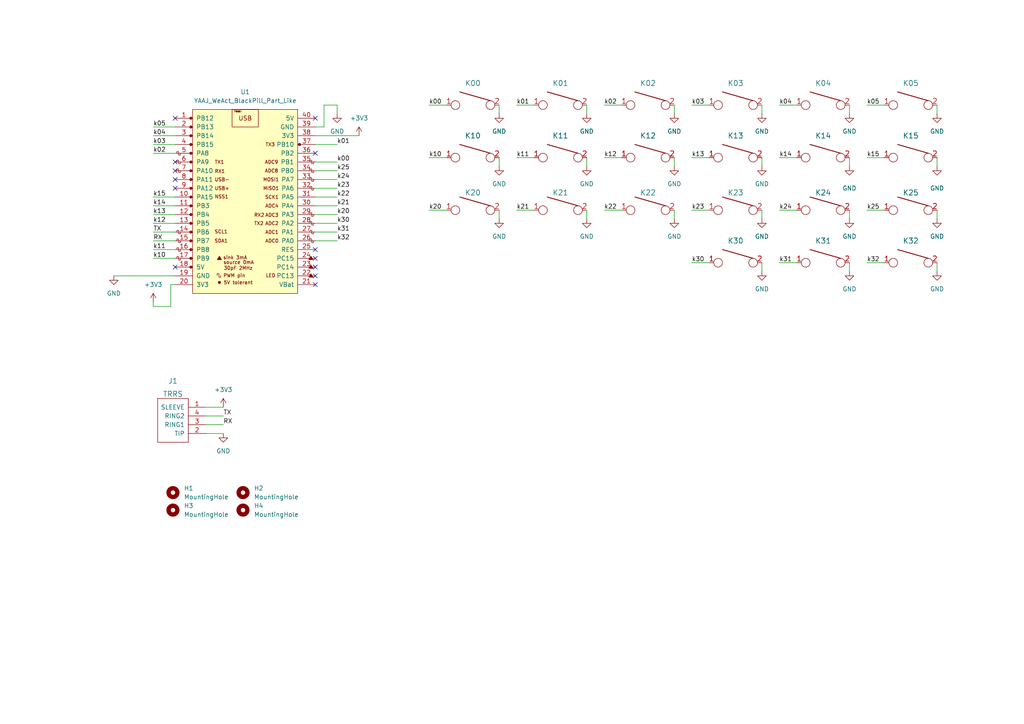
<source format=kicad_sch>
(kicad_sch (version 20211123) (generator eeschema)
  (paper "A4")
  (title_block (rev "rev1.0"))
  (lib_symbols
    (symbol "Mechanical:MountingHole" (pin_names (offset 1.016))
      (property "Reference" "H" (at 0 5.08 0))
      (property "Value" "MountingHole" (at 0 3.175 0))
      (symbol "MountingHole_0_1"
        (circle (center 0 0) (radius 1.27) (stroke (width 1.27)))
      )
    )
    (symbol "YAAJ_WeAct_BlackPill_Part_Like:YAAJ_WeAct_BlackPill_Part_Like" (pin_names (offset 1.016))
      (property "Reference" "U" (at -12.7 27.94 0))
      (property "Value" "YAAJ_WeAct_BlackPill_Part_Like" (at 0 2.54 90))
      (symbol "YAAJ_WeAct_BlackPill_Part_Like_0_0"
        (circle (center -15.748 -20.32) (radius 0.3556) (fill (type outline)))
        (circle (center -15.748 -17.78) (radius 0.3556) (fill (type outline)))
        (circle (center -15.748 -15.24) (radius 0.3556) (fill (type outline)))
        (circle (center -15.748 -12.7) (radius 0.3556) (fill (type outline)))
        (circle (center -15.748 -10.16) (radius 0.3556) (fill (type outline)))
        (circle (center -15.748 -7.62) (radius 0.3556) (fill (type outline)))
        (circle (center -15.748 -5.08) (radius 0.3556) (fill (type outline)))
        (circle (center -15.748 -2.54) (radius 0.3556) (fill (type outline)))
        (circle (center -15.748 0) (radius 0.3556) (fill (type outline)))
        (circle (center -15.748 2.54) (radius 0.3556) (fill (type outline)))
        (circle (center -15.748 5.08) (radius 0.3556) (fill (type outline)))
        (circle (center -15.748 7.62) (radius 0.3556) (fill (type outline)))
        (circle (center -15.748 10.16) (radius 0.3556) (fill (type outline)))
        (circle (center -15.748 12.7) (radius 0.3556) (fill (type outline)))
        (circle (center -15.748 15.24) (radius 0.3556) (fill (type outline)))
        (circle (center -15.748 17.78) (radius 0.3556) (fill (type outline)))
        (circle (center -15.748 22.86) (radius 0.3556) (fill (type outline)))
        (circle (center -7.493 -24.765) (radius 0.127) (fill (type outline)))
        (circle (center -7.493 -24.765) (radius 0.254))
        (circle (center -7.493 -24.765) (radius 0.3556))
        (polyline (pts (xy -8.128 -18.161) (xy -7.493 -17.145) (xy -6.858 -18.161) (xy -8.128 -18.161) (xy -7.493 -17.272) (xy -6.985 -18.161) (xy -8.001 -18.034) (xy -7.493 -17.399) (xy -7.112 -18.161) (xy -7.874 -17.907) (xy -7.366 -17.526) (xy -7.239 -18.161) (xy -7.747 -17.78) (xy -7.239 -17.653) (xy -7.366 -18.034) (xy -7.62 -17.78) (xy -7.366 -17.907) (xy -7.493 -17.653)))
        (polyline (pts (xy 18.415 -23.241) (xy 19.05 -22.225) (xy 19.685 -23.241) (xy 18.415 -23.241) (xy 19.05 -22.352) (xy 19.558 -23.241) (xy 18.542 -23.114) (xy 19.05 -22.479) (xy 19.431 -23.241) (xy 18.669 -22.987) (xy 19.177 -22.606) (xy 19.304 -23.241) (xy 18.796 -22.86) (xy 19.304 -22.733) (xy 19.177 -23.114) (xy 18.923 -22.86) (xy 19.177 -22.987) (xy 19.05 -22.733)))
        (polyline (pts (xy 18.415 -20.701) (xy 19.05 -19.685) (xy 19.685 -20.701) (xy 18.415 -20.701) (xy 19.05 -19.812) (xy 19.558 -20.701) (xy 18.542 -20.574) (xy 19.05 -19.939) (xy 19.431 -20.701) (xy 18.669 -20.447) (xy 19.177 -20.066) (xy 19.304 -20.701) (xy 18.796 -20.32) (xy 19.304 -20.193) (xy 19.177 -20.574) (xy 18.923 -20.32) (xy 19.177 -20.447) (xy 19.05 -20.193)))
        (polyline (pts (xy 18.415 -18.161) (xy 19.05 -17.145) (xy 19.685 -18.161) (xy 18.415 -18.161) (xy 19.05 -17.272) (xy 19.558 -18.161) (xy 18.542 -18.034) (xy 19.05 -17.399) (xy 19.431 -18.161) (xy 18.669 -17.907) (xy 19.177 -17.526) (xy 19.304 -18.161) (xy 18.796 -17.78) (xy 19.304 -17.653) (xy 19.177 -18.034) (xy 18.923 -17.78) (xy 19.177 -17.907) (xy 19.05 -17.653)))
        (circle (center 15.748 15.24) (radius 0.254) (fill (type outline)))
        (circle (center 15.748 15.24) (radius 0.3556))
        (text "30pF 2MHz" (at -2.032 -20.574 0) (effects (font (size 0.9906 0.9906))))
        (text "5V tolerant" (at -2.032 -24.765 0) (effects (font (size 0.9906 0.9906))))
        (text "ADC0" (at 7.747 -12.7 0) (effects (font (size 0.9906 0.9906))))
        (text "ADC1" (at 7.747 -10.16 0) (effects (font (size 0.9906 0.9906))))
        (text "ADC2" (at 7.747 -7.62 0) (effects (font (size 0.9906 0.9906))))
        (text "ADC3" (at 7.747 -5.207 0) (effects (font (size 0.9906 0.9906))))
        (text "ADC4" (at 7.747 -2.54 0) (effects (font (size 0.9906 0.9906))))
        (text "ADC8" (at 7.62 7.62 0) (effects (font (size 0.9906 0.9906))))
        (text "ADC9" (at 7.62 10.16 0) (effects (font (size 0.9906 0.9906))))
        (text "LED" (at 7.366 -22.733 0) (effects (font (size 0.9906 0.9906))))
        (text "MISO1" (at 7.493 2.54 0) (effects (font (size 0.9906 0.9906))))
        (text "MOSI1" (at 7.493 5.08 0) (effects (font (size 0.9906 0.9906))))
        (text "NSS1" (at -6.858 0.127 0) (effects (font (size 0.9906 0.9906))))
        (text "PWM pin" (at -3.175 -22.733 0) (effects (font (size 0.9906 0.9906))))
        (text "RX1" (at -7.366 7.493 0) (effects (font (size 0.9906 0.9906))))
        (text "RX2" (at 4.064 -5.207 0) (effects (font (size 0.9906 0.9906))))
        (text "SCK1" (at 7.747 0 0) (effects (font (size 0.9906 0.9906))))
        (text "SCL1" (at -6.985 -10.033 0) (effects (font (size 0.9906 0.9906))))
        (text "SDA1" (at -6.985 -12.7 0) (effects (font (size 0.9906 0.9906))))
        (text "sink 3mA" (at -2.921 -17.526 0) (effects (font (size 0.9906 0.9906))))
        (text "source 0mA" (at -1.905 -18.923 0) (effects (font (size 0.9906 0.9906))))
        (text "TX1" (at -7.493 10.16 0) (effects (font (size 0.9906 0.9906))))
        (text "TX2" (at 3.937 -7.62 0) (effects (font (size 0.9906 0.9906))))
        (text "TX3" (at 7.239 15.24 0) (effects (font (size 0.9906 0.9906))))
        (text "USB" (at 0 22.86 0) (effects (font (size 1.27 1.27))))
        (text "USB+" (at -6.731 2.54 0) (effects (font (size 0.9906 0.9906))))
        (text "USB-" (at -6.731 5.08 0) (effects (font (size 0.9906 0.9906))))
        (text "Y@@J" (at -2.159 24.892 0) (effects (font (size 0.508 0.508))))
      )
      (symbol "YAAJ_WeAct_BlackPill_Part_Like_0_1"
        (rectangle (start -15.24 25.4) (end 15.24 -27.94) (fill (type background)))
        (polyline (pts (xy -18.796 -17.78) (xy -18.796 -18.288) (xy -19.304 -18.288) (xy -19.304 -17.272) (xy -19.812 -17.272) (xy -19.812 -17.78)))
        (polyline (pts (xy -18.796 -15.24) (xy -18.796 -15.748) (xy -19.304 -15.748) (xy -19.304 -14.732) (xy -19.812 -14.732) (xy -19.812 -15.24)))
        (polyline (pts (xy -18.796 -12.7) (xy -18.796 -13.208) (xy -19.304 -13.208) (xy -19.304 -12.192) (xy -19.812 -12.192) (xy -19.812 -12.7)))
        (polyline (pts (xy -18.796 -10.16) (xy -18.796 -10.668) (xy -19.304 -10.668) (xy -19.304 -9.652) (xy -19.812 -9.652) (xy -19.812 -10.16)))
        (polyline (pts (xy -18.796 7.62) (xy -18.796 7.112) (xy -19.304 7.112) (xy -19.304 8.128) (xy -19.812 8.128) (xy -19.812 7.62)))
        (polyline (pts (xy -18.796 10.16) (xy -18.796 9.652) (xy -19.304 9.652) (xy -19.304 10.668) (xy -19.812 10.668) (xy -19.812 10.16)))
        (polyline (pts (xy -18.796 12.7) (xy -18.796 12.192) (xy -19.304 12.192) (xy -19.304 13.208) (xy -19.812 13.208) (xy -19.812 12.7)))
        (polyline (pts (xy -7.112 -22.733) (xy -7.112 -23.241) (xy -7.62 -23.241) (xy -7.62 -22.225) (xy -8.128 -22.225) (xy -8.128 -22.733)))
        (polyline (pts (xy 19.812 -12.7) (xy 19.812 -13.208) (xy 19.304 -13.208) (xy 19.304 -12.192) (xy 18.796 -12.192) (xy 18.796 -12.7)))
        (polyline (pts (xy 19.812 -10.16) (xy 19.812 -10.668) (xy 19.304 -10.668) (xy 19.304 -9.652) (xy 18.796 -9.652) (xy 18.796 -10.16)))
        (polyline (pts (xy 19.812 -7.62) (xy 19.812 -8.128) (xy 19.304 -8.128) (xy 19.304 -7.112) (xy 18.796 -7.112) (xy 18.796 -7.62)))
        (polyline (pts (xy 19.812 -5.08) (xy 19.812 -5.588) (xy 19.304 -5.588) (xy 19.304 -4.572) (xy 18.796 -4.572) (xy 18.796 -5.08)))
        (polyline (pts (xy 19.812 2.54) (xy 19.812 2.032) (xy 19.304 2.032) (xy 19.304 3.048) (xy 18.796 3.048) (xy 18.796 2.54)))
        (polyline (pts (xy 19.812 5.08) (xy 19.812 4.572) (xy 19.304 4.572) (xy 19.304 5.588) (xy 18.796 5.588) (xy 18.796 5.08)))
        (polyline (pts (xy 19.812 7.62) (xy 19.812 7.112) (xy 19.304 7.112) (xy 19.304 8.128) (xy 18.796 8.128) (xy 18.796 7.62)))
        (polyline (pts (xy 19.812 10.16) (xy 19.812 9.652) (xy 19.304 9.652) (xy 19.304 10.668) (xy 18.796 10.668) (xy 18.796 10.16)))
        (rectangle (start 3.81 25.4) (end -3.81 20.32))
      )
      (symbol "YAAJ_WeAct_BlackPill_Part_Like_1_1"
        (circle (center -15.748 20.32) (radius 0.3556) (fill (type outline)))
        (pin bidirectional line (at -20.32 22.86 0) (length 5.08) (name "PB12") (number "1"))
        (pin bidirectional line (at -20.32 0 0) (length 5.08) (name "PA15") (number "10"))
        (pin bidirectional line (at -20.32 -2.54 0) (length 5.08) (name "PB3") (number "11"))
        (pin bidirectional line (at -20.32 -5.08 0) (length 5.08) (name "PB4") (number "12"))
        (pin bidirectional line (at -20.32 -7.62 0) (length 5.08) (name "PB5") (number "13"))
        (pin bidirectional line (at -20.32 -10.16 0) (length 5.08) (name "PB6") (number "14"))
        (pin bidirectional line (at -20.32 -12.7 0) (length 5.08) (name "PB7") (number "15"))
        (pin bidirectional line (at -20.32 -15.24 0) (length 5.08) (name "PB8") (number "16"))
        (pin bidirectional line (at -20.32 -17.78 0) (length 5.08) (name "PB9") (number "17"))
        (pin power_in line (at -20.32 -20.32 0) (length 5.08) (name "5V") (number "18"))
        (pin power_in line (at -20.32 -22.86 0) (length 5.08) (name "GND") (number "19"))
        (pin bidirectional line (at -20.32 20.32 0) (length 5.08) (name "PB13") (number "2"))
        (pin power_in line (at -20.32 -25.4 0) (length 5.08) (name "3V3") (number "20"))
        (pin power_in line (at 20.32 -25.4 180) (length 5.08) (name "VBat") (number "21"))
        (pin bidirectional line (at 20.32 -22.86 180) (length 5.08) (name "PC13") (number "22"))
        (pin bidirectional line (at 20.32 -20.32 180) (length 5.08) (name "PC14") (number "23"))
        (pin bidirectional line (at 20.32 -17.78 180) (length 5.08) (name "PC15") (number "24"))
        (pin input line (at 20.32 -15.24 180) (length 5.08) (name "RES") (number "25"))
        (pin bidirectional line (at 20.32 -12.7 180) (length 5.08) (name "PA0") (number "26"))
        (pin bidirectional line (at 20.32 -10.16 180) (length 5.08) (name "PA1") (number "27"))
        (pin bidirectional line (at 20.32 -7.62 180) (length 5.08) (name "PA2") (number "28"))
        (pin bidirectional line (at 20.32 -5.08 180) (length 5.08) (name "PA3") (number "29"))
        (pin bidirectional line (at -20.32 17.78 0) (length 5.08) (name "PB14") (number "3"))
        (pin bidirectional line (at 20.32 -2.54 180) (length 5.08) (name "PA4") (number "30"))
        (pin bidirectional line (at 20.32 0 180) (length 5.08) (name "PA5") (number "31"))
        (pin bidirectional line (at 20.32 2.54 180) (length 5.08) (name "PA6") (number "32"))
        (pin bidirectional line (at 20.32 5.08 180) (length 5.08) (name "PA7") (number "33"))
        (pin bidirectional line (at 20.32 7.62 180) (length 5.08) (name "PB0") (number "34"))
        (pin bidirectional line (at 20.32 10.16 180) (length 5.08) (name "PB1") (number "35"))
        (pin bidirectional line (at 20.32 12.7 180) (length 5.08) (name "PB2") (number "36"))
        (pin bidirectional line (at 20.32 15.24 180) (length 5.08) (name "PB10") (number "37"))
        (pin power_in line (at 20.32 17.78 180) (length 5.08) (name "3V3") (number "38"))
        (pin power_in line (at 20.32 20.32 180) (length 5.08) (name "GND") (number "39"))
        (pin bidirectional line (at -20.32 15.24 0) (length 5.08) (name "PB15") (number "4"))
        (pin power_in line (at 20.32 22.86 180) (length 5.08) (name "5V") (number "40"))
        (pin bidirectional line (at -20.32 12.7 0) (length 5.08) (name "PA8") (number "5"))
        (pin bidirectional line (at -20.32 10.16 0) (length 5.08) (name "PA9") (number "6"))
        (pin bidirectional line (at -20.32 7.62 0) (length 5.08) (name "PA10") (number "7"))
        (pin bidirectional line (at -20.32 5.08 0) (length 5.08) (name "PA11") (number "8"))
        (pin bidirectional line (at -20.32 2.54 0) (length 5.08) (name "PA12") (number "9"))
      )
    )
    (symbol "keebio:TRRS" (pin_names (offset 1.016))
      (property "Reference" "U" (at 0 15.24 0))
      (property "Value" "TRRS" (at 0 -2.54 0))
      (symbol "TRRS_0_1"
        (rectangle (start -3.81 0) (end -3.81 12.7))
        (rectangle (start -3.81 12.7) (end 5.08 12.7))
        (rectangle (start 5.08 0) (end -3.81 0))
        (rectangle (start 5.08 12.7) (end 5.08 0))
      )
      (symbol "TRRS_1_1"
        (pin input line (at -8.89 2.54 0) (length 5.08) (name "SLEEVE") (number "1"))
        (pin input line (at -8.89 10.16 0) (length 5.08) (name "TIP") (number "2"))
        (pin input line (at -8.89 7.62 0) (length 5.08) (name "RING1") (number "3"))
        (pin input line (at -8.89 5.08 0) (length 5.08) (name "RING2") (number "4"))
      )
    )
    (symbol "keyboard_parts:KEYSW" (pin_names (offset 1.016))
      (property "Reference" "K?" (at -1.27 0 0))
      (symbol "KEYSW_0_1"
        (circle (center -5.08 0) (radius 1.27))
        (polyline (pts (xy -5.08 1.27) (xy 3.81 3.81)) (stroke (width 0.254)))
        (circle (center 5.08 0) (radius 1.27))
      )
      (symbol "KEYSW_1_1"
        (pin passive line (at 7.62 0 180) (length 1.27) (name "~") (number "1"))
        (pin passive line (at -7.62 0 0) (length 1.27) (name "~") (number "2"))
      )
    )
    (symbol "power:+3V3" (power) (pin_names (offset 0))
      (property "Value" "+3V3" (at 0 3.556 0))
      (symbol "+3V3_0_1"
        (polyline (pts (xy -0.762 1.27) (xy 0 2.54)))
        (polyline (pts (xy 0 0) (xy 0 2.54)))
        (polyline (pts (xy 0 2.54) (xy 0.762 1.27)))
      )
      (symbol "+3V3_1_1"
        (pin power_in line (at 0 0 90) (length 0) hide (name "+3V3") (number "1"))
      )
    )
    (symbol "power:GND" (power) (pin_names (offset 0))
      (property "Value" "GND" (at 0 -3.81 0))
      (symbol "GND_0_1"
        (polyline (pts (xy 0 0) (xy 0 -1.27) (xy 1.27 -1.27) (xy 0 -2.54) (xy -1.27 -1.27) (xy 0 -1.27)))
      )
      (symbol "GND_1_1"
        (pin power_in line (at 0 0 270) (length 0) hide (name "GND") (number "1"))
      )
    )
  )
  (no_connect (at 91.44 44.45))
  (no_connect (at 50.8 46.99))
  (no_connect (at 50.8 49.53))
  (no_connect (at 50.8 52.07))
  (no_connect (at 50.8 54.61))
  (no_connect (at 50.8 34.29))
  (no_connect (at 91.44 82.55))
  (no_connect (at 91.44 80.01))
  (no_connect (at 91.44 77.47))
  (no_connect (at 91.44 74.93))
  (no_connect (at 91.44 72.39))
  (no_connect (at 91.44 34.29))
  (no_connect (at 50.8 77.47))
  (wire (pts (xy 149.86 60.96) (xy 154.94 60.96)))
  (wire (pts (xy 44.45 72.39) (xy 50.8 72.39)))
  (wire (pts (xy 91.44 52.07) (xy 97.79 52.07)))
  (wire (pts (xy 200.66 45.72) (xy 205.74 45.72)))
  (wire (pts (xy 44.45 36.83) (xy 50.8 36.83)))
  (wire (pts (xy 251.46 30.48) (xy 256.54 30.48)))
  (wire (pts (xy 124.46 45.72) (xy 129.54 45.72)))
  (wire (pts (xy 200.66 60.96) (xy 205.74 60.96)))
  (wire (pts (xy 149.86 45.72) (xy 154.94 45.72)))
  (wire (pts (xy 49.53 88.9) (xy 49.53 82.55)))
  (wire (pts (xy 44.45 88.9) (xy 49.53 88.9)))
  (wire (pts (xy 44.45 59.69) (xy 50.8 59.69)))
  (wire (pts (xy 91.44 41.91) (xy 97.79 41.91)))
  (wire (pts (xy 175.26 60.96) (xy 180.34 60.96)))
  (wire (pts (xy 44.45 39.37) (xy 50.8 39.37)))
  (wire (pts (xy 251.46 60.96) (xy 256.54 60.96)))
  (wire (pts (xy 195.58 63.5) (xy 195.58 60.96)))
  (wire (pts (xy 144.78 63.5) (xy 144.78 60.96)))
  (wire (pts (xy 246.38 48.26) (xy 246.38 45.72)))
  (wire (pts (xy 220.98 48.26) (xy 220.98 45.72)))
  (wire (pts (xy 144.78 48.26) (xy 144.78 45.72)))
  (wire (pts (xy 91.44 62.23) (xy 97.79 62.23)))
  (wire (pts (xy 93.98 36.83) (xy 93.98 30.48)))
  (wire (pts (xy 175.26 45.72) (xy 180.34 45.72)))
  (wire (pts (xy 246.38 78.74) (xy 246.38 76.2)))
  (wire (pts (xy 59.69 125.73) (xy 64.77 125.73)))
  (wire (pts (xy 44.45 44.45) (xy 50.8 44.45)))
  (wire (pts (xy 271.78 48.26) (xy 271.78 45.72)))
  (wire (pts (xy 91.44 36.83) (xy 93.98 36.83)))
  (wire (pts (xy 200.66 76.2) (xy 205.74 76.2)))
  (wire (pts (xy 44.45 74.93) (xy 50.8 74.93)))
  (wire (pts (xy 91.44 69.85) (xy 97.79 69.85)))
  (wire (pts (xy 91.44 49.53) (xy 97.79 49.53)))
  (wire (pts (xy 226.06 45.72) (xy 231.14 45.72)))
  (wire (pts (xy 200.66 30.48) (xy 205.74 30.48)))
  (wire (pts (xy 220.98 78.74) (xy 220.98 76.2)))
  (wire (pts (xy 44.45 62.23) (xy 50.8 62.23)))
  (wire (pts (xy 97.79 30.48) (xy 97.79 33.02)))
  (wire (pts (xy 271.78 63.5) (xy 271.78 60.96)))
  (wire (pts (xy 124.46 60.96) (xy 129.54 60.96)))
  (wire (pts (xy 144.78 33.02) (xy 144.78 30.48)))
  (wire (pts (xy 195.58 48.26) (xy 195.58 45.72)))
  (wire (pts (xy 170.18 63.5) (xy 170.18 60.96)))
  (wire (pts (xy 59.69 123.19) (xy 64.77 123.19)))
  (wire (pts (xy 246.38 63.5) (xy 246.38 60.96)))
  (wire (pts (xy 91.44 54.61) (xy 97.79 54.61)))
  (wire (pts (xy 44.45 64.77) (xy 50.8 64.77)))
  (wire (pts (xy 226.06 30.48) (xy 231.14 30.48)))
  (wire (pts (xy 124.46 30.48) (xy 129.54 30.48)))
  (wire (pts (xy 93.98 30.48) (xy 97.79 30.48)))
  (wire (pts (xy 91.44 67.31) (xy 97.79 67.31)))
  (wire (pts (xy 59.69 120.65) (xy 64.77 120.65)))
  (wire (pts (xy 170.18 48.26) (xy 170.18 45.72)))
  (wire (pts (xy 91.44 39.37) (xy 104.14 39.37)))
  (wire (pts (xy 175.26 30.48) (xy 180.34 30.48)))
  (wire (pts (xy 44.45 41.91) (xy 50.8 41.91)))
  (wire (pts (xy 91.44 46.99) (xy 97.79 46.99)))
  (wire (pts (xy 91.44 57.15) (xy 97.79 57.15)))
  (wire (pts (xy 59.69 118.11) (xy 64.77 118.11)))
  (wire (pts (xy 91.44 59.69) (xy 97.79 59.69)))
  (wire (pts (xy 33.02 80.01) (xy 50.8 80.01)))
  (wire (pts (xy 195.58 33.02) (xy 195.58 30.48)))
  (wire (pts (xy 251.46 45.72) (xy 256.54 45.72)))
  (wire (pts (xy 226.06 60.96) (xy 231.14 60.96)))
  (wire (pts (xy 170.18 33.02) (xy 170.18 30.48)))
  (wire (pts (xy 226.06 76.2) (xy 231.14 76.2)))
  (wire (pts (xy 271.78 33.02) (xy 271.78 30.48)))
  (wire (pts (xy 246.38 33.02) (xy 246.38 30.48)))
  (wire (pts (xy 251.46 76.2) (xy 256.54 76.2)))
  (wire (pts (xy 49.53 82.55) (xy 50.8 82.55)))
  (wire (pts (xy 91.44 64.77) (xy 97.79 64.77)))
  (wire (pts (xy 44.45 69.85) (xy 50.8 69.85)))
  (wire (pts (xy 220.98 33.02) (xy 220.98 30.48)))
  (wire (pts (xy 149.86 30.48) (xy 154.94 30.48)))
  (wire (pts (xy 44.45 87.63) (xy 44.45 88.9)))
  (wire (pts (xy 44.45 67.31) (xy 50.8 67.31)))
  (wire (pts (xy 271.78 78.74) (xy 271.78 76.2)))
  (wire (pts (xy 44.45 57.15) (xy 50.8 57.15)))
  (wire (pts (xy 220.98 63.5) (xy 220.98 60.96)))
  (label "k20" (at 97.79 62.23 0))
  (label "TX" (at 64.77 120.65 0))
  (label "k01" (at 97.79 41.91 0))
  (label "k03" (at 44.45 41.91 0))
  (label "k30" (at 200.66 76.2 0))
  (label "k02" (at 175.26 30.48 0))
  (label "k05" (at 44.45 36.83 0))
  (label "k04" (at 226.06 30.48 0))
  (label "k30" (at 97.79 64.77 0))
  (label "k11" (at 44.45 72.39 0))
  (label "k00" (at 124.46 30.48 0))
  (label "k10" (at 44.45 74.93 0))
  (label "k03" (at 200.66 30.48 0))
  (label "RX" (at 44.45 69.85 0))
  (label "k15" (at 251.46 45.72 0))
  (label "k23" (at 200.66 60.96 0))
  (label "k32" (at 97.79 69.85 0))
  (label "k25" (at 97.79 49.53 0))
  (label "k24" (at 226.06 60.96 0))
  (label "TX" (at 44.45 67.31 0))
  (label "k05" (at 251.46 30.48 0))
  (label "k22" (at 175.26 60.96 0))
  (label "k12" (at 44.45 64.77 0))
  (label "k01" (at 149.86 30.48 0))
  (label "RX" (at 64.77 123.19 0))
  (label "k10" (at 124.46 45.72 0))
  (label "k00" (at 97.79 46.99 0))
  (label "k21" (at 97.79 59.69 0))
  (label "k31" (at 97.79 67.31 0))
  (label "k32" (at 251.46 76.2 0))
  (label "k15" (at 44.45 57.15 0))
  (label "k14" (at 226.06 45.72 0))
  (label "k12" (at 175.26 45.72 0))
  (label "k04" (at 44.45 39.37 0))
  (label "k11" (at 149.86 45.72 0))
  (label "k22" (at 97.79 57.15 0))
  (label "k02" (at 44.45 44.45 0))
  (label "k13" (at 44.45 62.23 0))
  (label "k24" (at 97.79 52.07 0))
  (label "k31" (at 226.06 76.2 0))
  (label "k13" (at 200.66 45.72 0))
  (label "k14" (at 44.45 59.69 0))
  (label "k21" (at 149.86 60.96 0))
  (label "k25" (at 251.46 60.96 0))
  (label "k23" (at 97.79 54.61 0))
  (label "k20" (at 124.46 60.96 0))
  (symbol (lib_id "keyboard_parts:KEYSW") (at 264.16 76.2 0) (mirror y) (unit 1)
    (property "Reference" "K32" (at 264.16 69.85 0) (effects (font (size 1.524 1.524))))
    (property "Value" "KEYSW" (effects hide))
    (property "Footprint" "keyswitches:SW_PG1350_reversible" (effects hide))
  )
  (symbol (lib_id "power:GND") (at 195.58 48.26 0) (unit 1)
    (property "Reference" "#PWR0104" (effects hide))
    (property "Value" "GND" (at 195.58 53.34 0))
  )
  (symbol (lib_id "keyboard_parts:KEYSW") (at 238.76 60.96 0) (mirror y) (unit 1)
    (property "Reference" "K24" (at 238.76 55.88 0) (effects (font (size 1.524 1.524))))
    (property "Value" "KEYSW" (effects hide))
    (property "Footprint" "keyswitches:SW_PG1350_reversible" (effects hide))
  )
  (symbol (lib_id "Mechanical:MountingHole") (at 50.165 147.955 0) (unit 1)
    (property "Reference" "H3" (at 53.34 146.6849 0) (effects (justify left)))
    (property "Value" "MountingHole" (at 53.34 149.2249 0) (effects (justify left)))
    (property "Footprint" "cantor:Standoff_Hole" (effects hide))
  )
  (symbol (lib_id "power:GND") (at 64.77 125.73 0) (unit 1)
    (property "Reference" "#PWR0126" (effects hide))
    (property "Value" "GND" (at 64.77 130.81 0))
  )
  (symbol (lib_id "keyboard_parts:KEYSW") (at 137.16 30.48 0) (mirror y) (unit 1)
    (property "Reference" "K00" (at 137.16 24.13 0) (effects (font (size 1.524 1.524))))
    (property "Value" "KEYSW" (effects hide))
    (property "Footprint" "keyswitches:SW_PG1350_reversible" (effects hide))
  )
  (symbol (lib_id "keyboard_parts:KEYSW") (at 264.16 45.72 0) (mirror y) (unit 1)
    (property "Reference" "K15" (at 264.16 39.37 0) (effects (font (size 1.524 1.524))))
    (property "Value" "KEYSW" (effects hide))
    (property "Footprint" "keyswitches:SW_PG1350_reversible" (effects hide))
  )
  (symbol (lib_id "power:GND") (at 144.78 48.26 0) (unit 1)
    (property "Reference" "#PWR0107" (effects hide))
    (property "Value" "GND" (at 144.78 53.34 0))
  )
  (symbol (lib_id "power:GND") (at 195.58 63.5 0) (unit 1)
    (property "Reference" "#PWR0105" (effects hide))
    (property "Value" "GND" (at 195.58 68.58 0))
  )
  (symbol (lib_id "keyboard_parts:KEYSW") (at 213.36 30.48 0) (mirror y) (unit 1)
    (property "Reference" "K03" (at 213.36 24.13 0) (effects (font (size 1.524 1.524))))
    (property "Value" "KEYSW" (effects hide))
    (property "Footprint" "keyswitches:SW_PG1350_reversible" (effects hide))
  )
  (symbol (lib_id "power:GND") (at 246.38 63.5 0) (unit 1)
    (property "Reference" "#PWR0121" (effects hide))
    (property "Value" "GND" (at 246.38 68.58 0))
  )
  (symbol (lib_id "keyboard_parts:KEYSW") (at 187.96 30.48 0) (mirror y) (unit 1)
    (property "Reference" "K02" (at 187.96 24.13 0) (effects (font (size 1.524 1.524))))
    (property "Value" "KEYSW" (effects hide))
    (property "Footprint" "keyswitches:SW_PG1350_reversible" (effects hide))
  )
  (symbol (lib_id "keyboard_parts:KEYSW") (at 162.56 45.72 0) (mirror y) (unit 1)
    (property "Reference" "K11" (at 162.56 39.37 0) (effects (font (size 1.524 1.524))))
    (property "Value" "KEYSW" (effects hide))
    (property "Footprint" "keyswitches:SW_PG1350_reversible" (effects hide))
  )
  (symbol (lib_id "keyboard_parts:KEYSW") (at 187.96 60.96 0) (mirror y) (unit 1)
    (property "Reference" "K22" (at 187.96 55.88 0) (effects (font (size 1.524 1.524))))
    (property "Value" "KEYSW" (effects hide))
    (property "Footprint" "keyswitches:SW_PG1350_reversible" (effects hide))
  )
  (symbol (lib_id "power:GND") (at 271.78 33.02 0) (unit 1)
    (property "Reference" "#PWR0115" (effects hide))
    (property "Value" "GND" (at 271.78 38.1 0))
  )
  (symbol (lib_id "power:GND") (at 271.78 63.5 0) (unit 1)
    (property "Reference" "#PWR0118" (effects hide))
    (property "Value" "GND" (at 271.78 68.58 0))
  )
  (symbol (lib_id "power:GND") (at 271.78 78.74 0) (unit 1)
    (property "Reference" "#PWR0117" (effects hide))
    (property "Value" "GND" (at 271.78 83.82 0))
  )
  (symbol (lib_id "YAAJ_WeAct_BlackPill_Part_Like:YAAJ_WeAct_BlackPill_Part_Like") (at 71.12 57.15 0) (unit 1)
    (property "Reference" "U1" (at 71.12 26.67 0))
    (property "Value" "YAAJ_WeAct_BlackPill_Part_Like" (at 71.12 29.21 0))
    (property "Footprint" "Footprints:YAAJ_WeAct_BlackPill_2" (effects hide))
  )
  (symbol (lib_id "power:GND") (at 246.38 48.26 0) (unit 1)
    (property "Reference" "#PWR0119" (effects hide))
    (property "Value" "GND" (at 246.38 54.61 0))
  )
  (symbol (lib_id "power:GND") (at 170.18 63.5 0) (unit 1)
    (property "Reference" "#PWR0101" (effects hide))
    (property "Value" "GND" (at 170.18 68.58 0))
  )
  (symbol (lib_id "keyboard_parts:KEYSW") (at 238.76 30.48 0) (mirror y) (unit 1)
    (property "Reference" "K04" (at 238.76 24.13 0) (effects (font (size 1.524 1.524))))
    (property "Value" "KEYSW" (effects hide))
    (property "Footprint" "keyswitches:SW_PG1350_reversible" (effects hide))
  )
  (symbol (lib_id "power:GND") (at 246.38 78.74 0) (unit 1)
    (property "Reference" "#PWR0120" (effects hide))
    (property "Value" "GND" (at 246.38 83.82 0))
  )
  (symbol (lib_id "power:+3V3") (at 64.77 118.11 0) (unit 1)
    (property "Reference" "#PWR0127" (effects hide))
    (property "Value" "+3V3" (at 64.77 113.03 0))
  )
  (symbol (lib_id "keyboard_parts:KEYSW") (at 213.36 76.2 0) (mirror y) (unit 1)
    (property "Reference" "K30" (at 213.36 69.85 0) (effects (font (size 1.524 1.524))))
    (property "Value" "KEYSW" (effects hide))
    (property "Footprint" "keyswitches:SW_PG1350_reversible" (effects hide))
  )
  (symbol (lib_id "power:GND") (at 246.38 33.02 0) (unit 1)
    (property "Reference" "#PWR0112" (effects hide))
    (property "Value" "GND" (at 246.38 38.1 0))
  )
  (symbol (lib_id "keebio:TRRS") (at 50.8 115.57 180) (unit 1)
    (property "Reference" "J1" (at 50.165 110.49 0) (effects (font (size 1.524 1.524))))
    (property "Value" "TRRS" (at 50.165 114.3 0) (effects (font (size 1.524 1.524))))
    (property "Footprint" "Keebio-Parts:TRRS-PJ-320A" (effects hide))
  )
  (symbol (lib_id "keyboard_parts:KEYSW") (at 137.16 60.96 0) (mirror y) (unit 1)
    (property "Reference" "K20" (at 137.16 55.88 0) (effects (font (size 1.524 1.524))))
    (property "Value" "KEYSW" (effects hide))
    (property "Footprint" "keyswitches:SW_PG1350_reversible" (effects hide))
  )
  (symbol (lib_id "power:GND") (at 271.78 48.26 0) (unit 1)
    (property "Reference" "#PWR0116" (effects hide))
    (property "Value" "GND" (at 271.78 54.61 0))
  )
  (symbol (lib_id "Mechanical:MountingHole") (at 50.165 142.875 0) (unit 1)
    (property "Reference" "H1" (at 53.34 141.6049 0) (effects (justify left)))
    (property "Value" "MountingHole" (at 53.34 144.1449 0) (effects (justify left)))
    (property "Footprint" "cantor:Standoff_Hole" (effects hide))
  )
  (symbol (lib_id "keyboard_parts:KEYSW") (at 213.36 60.96 0) (mirror y) (unit 1)
    (property "Reference" "K23" (at 213.36 55.88 0) (effects (font (size 1.524 1.524))))
    (property "Value" "KEYSW" (effects hide))
    (property "Footprint" "keyswitches:SW_PG1350_reversible" (effects hide))
  )
  (symbol (lib_id "keyboard_parts:KEYSW") (at 137.16 45.72 0) (mirror y) (unit 1)
    (property "Reference" "K10" (at 137.16 39.37 0) (effects (font (size 1.524 1.524))))
    (property "Value" "KEYSW" (effects hide))
    (property "Footprint" "keyswitches:SW_PG1350_reversible" (effects hide))
  )
  (symbol (lib_id "keyboard_parts:KEYSW") (at 162.56 30.48 0) (mirror y) (unit 1)
    (property "Reference" "K01" (at 162.56 24.13 0) (effects (font (size 1.524 1.524))))
    (property "Value" "KEYSW" (effects hide))
    (property "Footprint" "keyswitches:SW_PG1350_reversible" (effects hide))
  )
  (symbol (lib_id "keyboard_parts:KEYSW") (at 264.16 60.96 0) (mirror y) (unit 1)
    (property "Reference" "K25" (at 264.16 55.88 0) (effects (font (size 1.524 1.524))))
    (property "Value" "KEYSW" (effects hide))
    (property "Footprint" "keyswitches:SW_PG1350_reversible" (effects hide))
  )
  (symbol (lib_id "keyboard_parts:KEYSW") (at 238.76 76.2 0) (mirror y) (unit 1)
    (property "Reference" "K31" (at 238.76 69.85 0) (effects (font (size 1.524 1.524))))
    (property "Value" "KEYSW" (effects hide))
    (property "Footprint" "keyswitches:SW_PG1350_reversible" (effects hide))
  )
  (symbol (lib_id "Mechanical:MountingHole") (at 70.485 142.875 0) (unit 1)
    (property "Reference" "H2" (at 73.66 141.6049 0) (effects (justify left)))
    (property "Value" "MountingHole" (at 73.66 144.1449 0) (effects (justify left)))
    (property "Footprint" "cantor:Standoff_Hole" (effects hide))
  )
  (symbol (lib_id "power:GND") (at 220.98 33.02 0) (unit 1)
    (property "Reference" "#PWR0123" (effects hide))
    (property "Value" "GND" (at 220.98 38.1 0))
  )
  (symbol (lib_id "keyboard_parts:KEYSW") (at 238.76 45.72 0) (mirror y) (unit 1)
    (property "Reference" "K14" (at 238.76 39.37 0) (effects (font (size 1.524 1.524))))
    (property "Value" "KEYSW" (effects hide))
    (property "Footprint" "keyswitches:SW_PG1350_reversible" (effects hide))
  )
  (symbol (lib_id "power:+3V3") (at 44.45 87.63 0) (unit 1)
    (property "Reference" "#PWR0125" (effects hide))
    (property "Value" "+3V3" (at 44.45 82.55 0))
  )
  (symbol (lib_id "power:GND") (at 144.78 33.02 0) (unit 1)
    (property "Reference" "#PWR0109" (effects hide))
    (property "Value" "GND" (at 144.78 38.1 0))
  )
  (symbol (lib_id "power:GND") (at 33.02 80.01 0) (unit 1)
    (property "Reference" "#PWR0124" (effects hide))
    (property "Value" "GND" (at 33.02 85.09 0))
  )
  (symbol (lib_id "keyboard_parts:KEYSW") (at 213.36 45.72 0) (mirror y) (unit 1)
    (property "Reference" "K13" (at 213.36 39.37 0) (effects (font (size 1.524 1.524))))
    (property "Value" "KEYSW" (effects hide))
    (property "Footprint" "keyswitches:SW_PG1350_reversible" (effects hide))
  )
  (symbol (lib_id "power:+3V3") (at 104.14 39.37 0) (unit 1)
    (property "Reference" "#PWR0111" (effects hide))
    (property "Value" "+3V3" (at 104.14 34.29 0))
  )
  (symbol (lib_id "power:GND") (at 195.58 33.02 0) (unit 1)
    (property "Reference" "#PWR0103" (effects hide))
    (property "Value" "GND" (at 195.58 38.1 0))
  )
  (symbol (lib_id "power:GND") (at 220.98 48.26 0) (unit 1)
    (property "Reference" "#PWR0122" (effects hide))
    (property "Value" "GND" (at 220.98 53.34 0))
  )
  (symbol (lib_id "keyboard_parts:KEYSW") (at 162.56 60.96 0) (mirror y) (unit 1)
    (property "Reference" "K21" (at 162.56 55.88 0) (effects (font (size 1.524 1.524))))
    (property "Value" "KEYSW" (effects hide))
    (property "Footprint" "keyswitches:SW_PG1350_reversible" (effects hide))
  )
  (symbol (lib_id "keyboard_parts:KEYSW") (at 187.96 45.72 0) (mirror y) (unit 1)
    (property "Reference" "K12" (at 187.96 39.37 0) (effects (font (size 1.524 1.524))))
    (property "Value" "KEYSW" (effects hide))
    (property "Footprint" "keyswitches:SW_PG1350_reversible" (effects hide))
  )
  (symbol (lib_id "power:GND") (at 220.98 78.74 0) (unit 1)
    (property "Reference" "#PWR0113" (effects hide))
    (property "Value" "GND" (at 220.98 83.82 0))
  )
  (symbol (lib_id "power:GND") (at 170.18 33.02 0) (unit 1)
    (property "Reference" "#PWR0106" (effects hide))
    (property "Value" "GND" (at 170.18 38.1 0))
  )
  (symbol (lib_id "power:GND") (at 170.18 48.26 0) (unit 1)
    (property "Reference" "#PWR0102" (effects hide))
    (property "Value" "GND" (at 170.18 53.34 0))
  )
  (symbol (lib_id "power:GND") (at 220.98 63.5 0) (unit 1)
    (property "Reference" "#PWR0114" (effects hide))
    (property "Value" "GND" (at 220.98 68.58 0))
  )
  (symbol (lib_id "power:GND") (at 144.78 63.5 0) (unit 1)
    (property "Reference" "#PWR0108" (effects hide))
    (property "Value" "GND" (at 144.78 68.58 0))
  )
  (symbol (lib_id "power:GND") (at 97.79 33.02 0) (unit 1)
    (property "Reference" "#PWR0110" (effects hide))
    (property "Value" "GND" (at 97.79 38.1 0))
  )
  (symbol (lib_id "Mechanical:MountingHole") (at 70.485 147.955 0) (unit 1)
    (property "Reference" "H4" (at 73.66 146.6849 0) (effects (justify left)))
    (property "Value" "MountingHole" (at 73.66 149.2249 0) (effects (justify left)))
    (property "Footprint" "cantor:Standoff_Hole" (effects hide))
  )
  (symbol (lib_id "keyboard_parts:KEYSW") (at 264.16 30.48 0) (mirror y) (unit 1)
    (property "Reference" "K05" (at 264.16 24.13 0) (effects (font (size 1.524 1.524))))
    (property "Value" "KEYSW" (effects hide))
    (property "Footprint" "keyswitches:SW_PG1350_reversible" (effects hide))
  )
)
</source>
